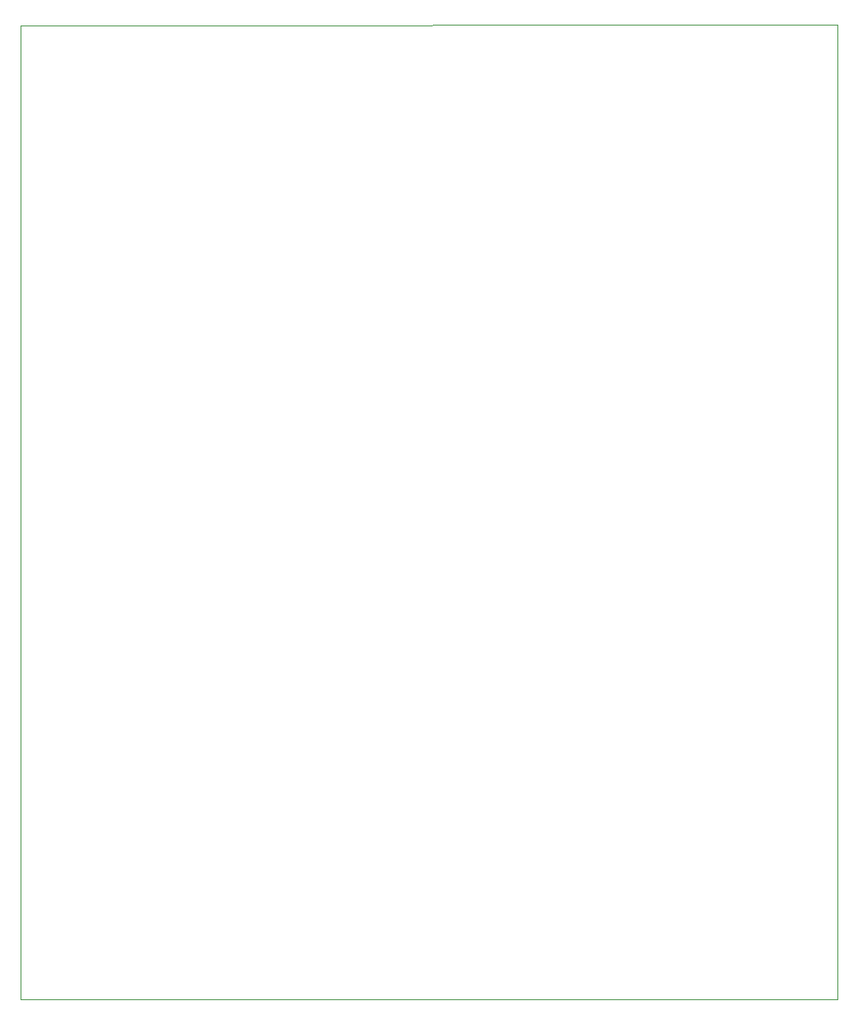
<source format=gbr>
%TF.GenerationSoftware,KiCad,Pcbnew,7.0.9*%
%TF.CreationDate,2024-04-21T12:45:51+02:00*%
%TF.ProjectId,C_-836,43c52d38-3336-42e6-9b69-6361645f7063,rev?*%
%TF.SameCoordinates,Original*%
%TF.FileFunction,Profile,NP*%
%FSLAX46Y46*%
G04 Gerber Fmt 4.6, Leading zero omitted, Abs format (unit mm)*
G04 Created by KiCad (PCBNEW 7.0.9) date 2024-04-21 12:45:51*
%MOMM*%
%LPD*%
G01*
G04 APERTURE LIST*
%TA.AperFunction,Profile*%
%ADD10C,0.100000*%
%TD*%
G04 APERTURE END LIST*
D10*
X44653200Y-35509200D02*
X44653200Y-135686800D01*
X128676400Y-35458400D02*
X44653200Y-35509200D01*
X128676400Y-135686800D02*
X128676400Y-35458400D01*
X44653200Y-135686800D02*
X128676400Y-135686800D01*
M02*

</source>
